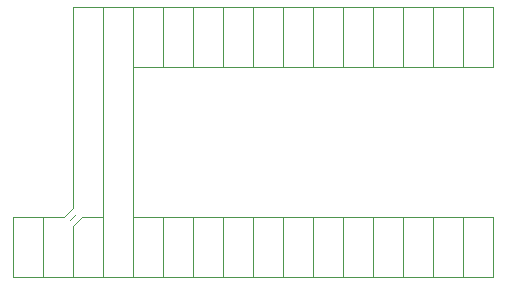
<source format=gbr>
G04 #@! TF.GenerationSoftware,KiCad,Pcbnew,(5.1.5)-3*
G04 #@! TF.CreationDate,2020-05-28T08:00:16-06:00*
G04 #@! TF.ProjectId,FeatherProtoShield,46656174-6865-4725-9072-6f746f536869,rev?*
G04 #@! TF.SameCoordinates,Original*
G04 #@! TF.FileFunction,Legend,Top*
G04 #@! TF.FilePolarity,Positive*
%FSLAX46Y46*%
G04 Gerber Fmt 4.6, Leading zero omitted, Abs format (unit mm)*
G04 Created by KiCad (PCBNEW (5.1.5)-3) date 2020-05-28 08:00:16*
%MOMM*%
%LPD*%
G04 APERTURE LIST*
%ADD10C,0.120000*%
G04 APERTURE END LIST*
D10*
X163830000Y-77470000D02*
X166370000Y-77470000D01*
X166370000Y-77470000D02*
X167640000Y-77470000D01*
X168148000Y-77470000D02*
X168910000Y-76708000D01*
X168910000Y-76708000D02*
X168910000Y-76200000D01*
X167640000Y-77470000D02*
X168148000Y-77470000D01*
X168656000Y-77724000D02*
X169164000Y-77216000D01*
X169672000Y-77470000D02*
X170180000Y-77470000D01*
X168910000Y-78232000D02*
X169672000Y-77470000D01*
X168910000Y-78740000D02*
X168910000Y-78232000D01*
X168910000Y-59690000D02*
X168910000Y-76200000D01*
X171450000Y-59690000D02*
X168910000Y-59690000D01*
X171450000Y-59690000D02*
X171450000Y-77470000D01*
X173990000Y-59690000D02*
X171450000Y-59690000D01*
X173990000Y-77470000D02*
X173990000Y-64770000D01*
X204470000Y-82550000D02*
X201930000Y-82550000D01*
X204470000Y-77470000D02*
X204470000Y-82550000D01*
X201930000Y-77470000D02*
X204470000Y-77470000D01*
X201930000Y-82550000D02*
X199390000Y-82550000D01*
X201930000Y-77470000D02*
X201930000Y-82550000D01*
X199390000Y-77470000D02*
X201930000Y-77470000D01*
X199390000Y-82550000D02*
X196850000Y-82550000D01*
X199390000Y-77470000D02*
X199390000Y-82550000D01*
X196850000Y-77470000D02*
X199390000Y-77470000D01*
X196850000Y-82550000D02*
X194310000Y-82550000D01*
X196850000Y-77470000D02*
X196850000Y-82550000D01*
X194310000Y-77470000D02*
X196850000Y-77470000D01*
X194310000Y-82550000D02*
X191770000Y-82550000D01*
X194310000Y-77470000D02*
X194310000Y-82550000D01*
X191770000Y-77470000D02*
X194310000Y-77470000D01*
X191770000Y-82550000D02*
X189230000Y-82550000D01*
X191770000Y-77470000D02*
X191770000Y-82550000D01*
X189230000Y-77470000D02*
X191770000Y-77470000D01*
X189230000Y-82550000D02*
X186690000Y-82550000D01*
X189230000Y-77470000D02*
X189230000Y-82550000D01*
X186690000Y-77470000D02*
X189230000Y-77470000D01*
X186690000Y-82550000D02*
X184150000Y-82550000D01*
X186690000Y-77470000D02*
X186690000Y-82550000D01*
X184150000Y-77470000D02*
X186690000Y-77470000D01*
X184150000Y-82550000D02*
X181610000Y-82550000D01*
X184150000Y-77470000D02*
X184150000Y-82550000D01*
X181610000Y-77470000D02*
X184150000Y-77470000D01*
X181610000Y-82550000D02*
X179070000Y-82550000D01*
X181610000Y-77470000D02*
X181610000Y-82550000D01*
X179070000Y-77470000D02*
X181610000Y-77470000D01*
X179070000Y-82550000D02*
X176530000Y-82550000D01*
X179070000Y-77470000D02*
X179070000Y-82550000D01*
X176530000Y-77470000D02*
X179070000Y-77470000D01*
X176530000Y-82550000D02*
X173990000Y-82550000D01*
X176530000Y-77470000D02*
X176530000Y-82550000D01*
X173990000Y-77470000D02*
X176530000Y-77470000D01*
X173990000Y-82550000D02*
X171450000Y-82550000D01*
X173990000Y-77470000D02*
X173990000Y-82550000D01*
X171450000Y-82550000D02*
X168910000Y-82550000D01*
X171450000Y-77470000D02*
X171450000Y-82550000D01*
X170180000Y-77470000D02*
X171450000Y-77470000D01*
X168910000Y-82550000D02*
X166370000Y-82550000D01*
X168910000Y-78740000D02*
X168910000Y-82550000D01*
X166370000Y-82550000D02*
X163830000Y-82550000D01*
X166370000Y-77470000D02*
X166370000Y-82550000D01*
X163830000Y-82550000D02*
X163830000Y-77470000D01*
X204470000Y-59690000D02*
X201930000Y-59690000D01*
X204470000Y-64770000D02*
X204470000Y-59690000D01*
X201930000Y-64770000D02*
X204470000Y-64770000D01*
X201930000Y-59690000D02*
X199390000Y-59690000D01*
X201930000Y-64770000D02*
X201930000Y-59690000D01*
X199390000Y-64770000D02*
X201930000Y-64770000D01*
X199390000Y-59690000D02*
X196850000Y-59690000D01*
X199390000Y-64770000D02*
X199390000Y-59690000D01*
X196850000Y-64770000D02*
X199390000Y-64770000D01*
X196850000Y-59690000D02*
X194310000Y-59690000D01*
X196850000Y-64770000D02*
X196850000Y-59690000D01*
X194310000Y-64770000D02*
X196850000Y-64770000D01*
X194310000Y-59690000D02*
X191770000Y-59690000D01*
X194310000Y-64770000D02*
X194310000Y-59690000D01*
X191770000Y-64770000D02*
X194310000Y-64770000D01*
X191770000Y-59690000D02*
X189230000Y-59690000D01*
X191770000Y-64770000D02*
X191770000Y-59690000D01*
X189230000Y-64770000D02*
X191770000Y-64770000D01*
X189230000Y-59690000D02*
X186690000Y-59690000D01*
X189230000Y-64770000D02*
X189230000Y-59690000D01*
X186690000Y-64770000D02*
X189230000Y-64770000D01*
X186690000Y-59690000D02*
X184150000Y-59690000D01*
X186690000Y-64770000D02*
X186690000Y-59690000D01*
X184150000Y-64770000D02*
X186690000Y-64770000D01*
X184150000Y-59690000D02*
X181610000Y-59690000D01*
X184150000Y-64770000D02*
X184150000Y-59690000D01*
X181610000Y-64770000D02*
X184150000Y-64770000D01*
X181610000Y-59690000D02*
X179070000Y-59690000D01*
X181610000Y-64770000D02*
X181610000Y-59690000D01*
X179070000Y-64770000D02*
X181610000Y-64770000D01*
X179070000Y-59690000D02*
X176530000Y-59690000D01*
X179070000Y-64770000D02*
X179070000Y-59690000D01*
X176530000Y-64770000D02*
X179070000Y-64770000D01*
X176530000Y-59690000D02*
X173990000Y-59690000D01*
X176530000Y-64770000D02*
X176530000Y-59690000D01*
X173990000Y-64770000D02*
X176530000Y-64770000D01*
X173990000Y-59690000D02*
X173990000Y-64770000D01*
M02*

</source>
